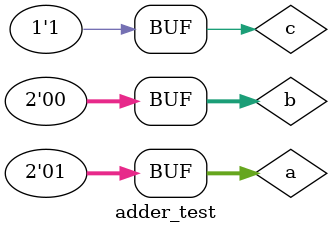
<source format=v>
`timescale 1ns / 1ps


module adder_test;

	// Inputs
	reg [1:0] a;
	reg [1:0] b;
	reg c;

	// Outputs
	wire [1:0] sum;
	wire carry;

	// Instantiate the Unit Under Test (UUT)
	fulladder f1(sum,carry,a,b,c);
	

	initial begin
		// Initialize Inputs
		a = 2'b00;
		b = 2'b00;
		c = 2'b00;

		// Wait 100 ns for global reset to finish
		#100;
		
		
		#110
		a=2'b00;
		b=2'b00;
		c=2'b01;
		
		#120
		a=2'b00;
		b=2'b01;
		c=2'b00;
		
      #130
		a=2'b00;
		b=2'b01;
		c=2'b01;
		
		#140
		a=2'b01;
		b=2'b00;
		c=2'b00;
		
		#150
		a=2'b01;
		b=2'b00;
		c=2'b01;
		
		// Add stimulus here

	end
      
endmodule


</source>
